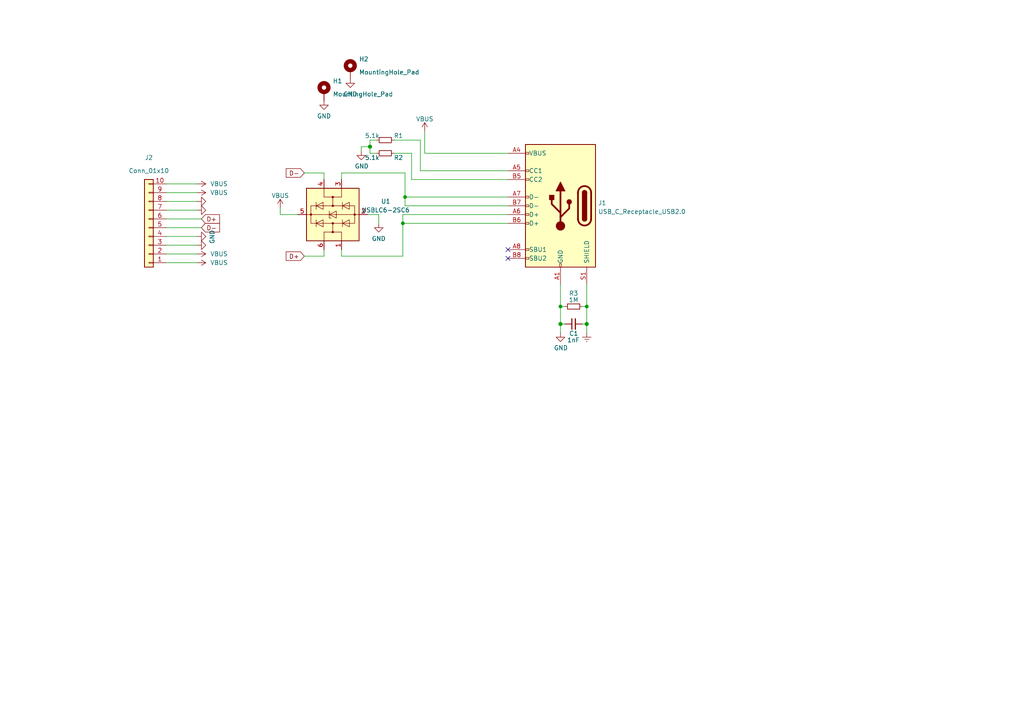
<source format=kicad_sch>
(kicad_sch (version 20230121) (generator eeschema)
  (paper "A4")
  (lib_symbols
    (symbol "Connector:USB_C_Receptacle_USB2.0" (pin_names (offset 1.016))
      (property "Reference" "J" (at -10.16 19.05 0))
      (property "Value" "USB_C_Receptacle_USB2.0" (at 19.05 19.05 0))
      (symbol "USB_C_Receptacle_USB2.0_0_0"
        (rectangle (start -0.254 -17.78) (end 0.254 -16.764))
        (rectangle (start 10.16 -14.986) (end 9.144 -15.494))
        (rectangle (start 10.16 -12.446) (end 9.144 -12.954))
        (rectangle (start 10.16 -4.826) (end 9.144 -5.334))
        (rectangle (start 10.16 -2.286) (end 9.144 -2.794))
        (rectangle (start 10.16 0.254) (end 9.144 -0.254))
        (rectangle (start 10.16 2.794) (end 9.144 2.286))
        (rectangle (start 10.16 7.874) (end 9.144 7.366))
        (rectangle (start 10.16 10.414) (end 9.144 9.906))
        (rectangle (start 10.16 15.494) (end 9.144 14.986))
      )
      (symbol "USB_C_Receptacle_USB2.0_0_1"
        (rectangle (start -10.16 17.78) (end 10.16 -17.78) (stroke (width 0.254)) (fill (type background)))
        (arc (start -8.89 -3.81) (mid -6.985 -5.7067) (end -5.08 -3.81) (stroke (width 0.508)))
        (arc (start -7.62 -3.81) (mid -6.985 -4.4423) (end -6.35 -3.81) (stroke (width 0.254)))
        (arc (start -7.62 -3.81) (mid -6.985 -4.4423) (end -6.35 -3.81) (stroke (width 0.254)) (fill (type outline)))
        (rectangle (start -7.62 -3.81) (end -6.35 3.81) (stroke (width 0.254)) (fill (type outline)))
        (arc (start -6.35 3.81) (mid -6.985 4.4423) (end -7.62 3.81) (stroke (width 0.254)))
        (arc (start -6.35 3.81) (mid -6.985 4.4423) (end -7.62 3.81) (stroke (width 0.254)) (fill (type outline)))
        (arc (start -5.08 3.81) (mid -6.985 5.7067) (end -8.89 3.81) (stroke (width 0.508)))
        (circle (center -2.54 1.143) (radius 0.635) (stroke (width 0.254)) (fill (type outline)))
        (circle (center 0 -5.842) (radius 1.27) (fill (type outline)))
        (polyline (pts (xy -8.89 -3.81) (xy -8.89 3.81)) (stroke (width 0.508)))
        (polyline (pts (xy -5.08 3.81) (xy -5.08 -3.81)) (stroke (width 0.508)))
        (polyline (pts (xy 0 -5.842) (xy 0 4.318)) (stroke (width 0.508)))
        (polyline (pts (xy 0 -3.302) (xy -2.54 -0.762) (xy -2.54 0.508)) (stroke (width 0.508)))
        (polyline (pts (xy 0 -2.032) (xy 2.54 0.508) (xy 2.54 1.778)) (stroke (width 0.508)))
        (polyline (pts (xy -1.27 4.318) (xy 0 6.858) (xy 1.27 4.318) (xy -1.27 4.318)) (stroke (width 0.254)) (fill (type outline)))
        (rectangle (start 1.905 1.778) (end 3.175 3.048) (stroke (width 0.254)) (fill (type outline)))
      )
      (symbol "USB_C_Receptacle_USB2.0_1_1"
        (pin passive line (at 0 -22.86 90) (length 5.08) (name "GND") (number "A1"))
        (pin passive line (at 0 -22.86 90) (length 5.08) hide (name "GND") (number "A12"))
        (pin passive line (at 15.24 15.24 180) (length 5.08) (name "VBUS") (number "A4"))
        (pin bidirectional line (at 15.24 10.16 180) (length 5.08) (name "CC1") (number "A5"))
        (pin bidirectional line (at 15.24 -2.54 180) (length 5.08) (name "D+") (number "A6"))
        (pin bidirectional line (at 15.24 2.54 180) (length 5.08) (name "D-") (number "A7"))
        (pin bidirectional line (at 15.24 -12.7 180) (length 5.08) (name "SBU1") (number "A8"))
        (pin passive line (at 15.24 15.24 180) (length 5.08) hide (name "VBUS") (number "A9"))
        (pin passive line (at 0 -22.86 90) (length 5.08) hide (name "GND") (number "B1"))
        (pin passive line (at 0 -22.86 90) (length 5.08) hide (name "GND") (number "B12"))
        (pin passive line (at 15.24 15.24 180) (length 5.08) hide (name "VBUS") (number "B4"))
        (pin bidirectional line (at 15.24 7.62 180) (length 5.08) (name "CC2") (number "B5"))
        (pin bidirectional line (at 15.24 -5.08 180) (length 5.08) (name "D+") (number "B6"))
        (pin bidirectional line (at 15.24 0 180) (length 5.08) (name "D-") (number "B7"))
        (pin bidirectional line (at 15.24 -15.24 180) (length 5.08) (name "SBU2") (number "B8"))
        (pin passive line (at 15.24 15.24 180) (length 5.08) hide (name "VBUS") (number "B9"))
        (pin passive line (at -7.62 -22.86 90) (length 5.08) (name "SHIELD") (number "S1"))
      )
    )
    (symbol "Connector_Generic:Conn_01x10" (pin_names (offset 1.016) hide)
      (property "Reference" "J" (at 0 12.7 0))
      (property "Value" "Conn_01x10" (at 0 -15.24 0))
      (symbol "Conn_01x10_1_1"
        (rectangle (start -1.27 -12.573) (end 0 -12.827) (stroke (width 0.1524)))
        (rectangle (start -1.27 -10.033) (end 0 -10.287) (stroke (width 0.1524)))
        (rectangle (start -1.27 -7.493) (end 0 -7.747) (stroke (width 0.1524)))
        (rectangle (start -1.27 -4.953) (end 0 -5.207) (stroke (width 0.1524)))
        (rectangle (start -1.27 -2.413) (end 0 -2.667) (stroke (width 0.1524)))
        (rectangle (start -1.27 0.127) (end 0 -0.127) (stroke (width 0.1524)))
        (rectangle (start -1.27 2.667) (end 0 2.413) (stroke (width 0.1524)))
        (rectangle (start -1.27 5.207) (end 0 4.953) (stroke (width 0.1524)))
        (rectangle (start -1.27 7.747) (end 0 7.493) (stroke (width 0.1524)))
        (rectangle (start -1.27 10.287) (end 0 10.033) (stroke (width 0.1524)))
        (rectangle (start -1.27 11.43) (end 1.27 -13.97) (stroke (width 0.254)) (fill (type background)))
        (pin passive line (at -5.08 10.16 0) (length 3.81) (name "Pin_1") (number "1"))
        (pin passive line (at -5.08 -12.7 0) (length 3.81) (name "Pin_10") (number "10"))
        (pin passive line (at -5.08 7.62 0) (length 3.81) (name "Pin_2") (number "2"))
        (pin passive line (at -5.08 5.08 0) (length 3.81) (name "Pin_3") (number "3"))
        (pin passive line (at -5.08 2.54 0) (length 3.81) (name "Pin_4") (number "4"))
        (pin passive line (at -5.08 0 0) (length 3.81) (name "Pin_5") (number "5"))
        (pin passive line (at -5.08 -2.54 0) (length 3.81) (name "Pin_6") (number "6"))
        (pin passive line (at -5.08 -5.08 0) (length 3.81) (name "Pin_7") (number "7"))
        (pin passive line (at -5.08 -7.62 0) (length 3.81) (name "Pin_8") (number "8"))
        (pin passive line (at -5.08 -10.16 0) (length 3.81) (name "Pin_9") (number "9"))
      )
    )
    (symbol "Device:C_Small" (pin_numbers hide) (pin_names (offset 0.254) hide)
      (property "Reference" "C" (at 0.254 1.778 0))
      (property "Value" "C_Small" (at 0.254 -2.032 0))
      (symbol "C_Small_0_1"
        (polyline (pts (xy -1.524 -0.508) (xy 1.524 -0.508)) (stroke (width 0.3302)))
        (polyline (pts (xy -1.524 0.508) (xy 1.524 0.508)) (stroke (width 0.3048)))
      )
      (symbol "C_Small_1_1"
        (pin passive line (at 0 2.54 270) (length 2.032) (name "~") (number "1"))
        (pin passive line (at 0 -2.54 90) (length 2.032) (name "~") (number "2"))
      )
    )
    (symbol "Device:R_Small" (pin_numbers hide) (pin_names (offset 0.254) hide)
      (property "Reference" "R" (at 0.762 0.508 0))
      (property "Value" "R_Small" (at 0.762 -1.016 0))
      (symbol "R_Small_0_1"
        (rectangle (start -0.762 1.778) (end 0.762 -1.778) (stroke (width 0.2032)))
      )
      (symbol "R_Small_1_1"
        (pin passive line (at 0 2.54 270) (length 0.762) (name "~") (number "1"))
        (pin passive line (at 0 -2.54 90) (length 0.762) (name "~") (number "2"))
      )
    )
    (symbol "Mechanical:MountingHole_Pad" (pin_numbers hide) (pin_names (offset 1.016) hide)
      (property "Reference" "H" (at 0 6.35 0))
      (property "Value" "MountingHole_Pad" (at 0 4.445 0))
      (symbol "MountingHole_Pad_0_1"
        (circle (center 0 1.27) (radius 1.27) (stroke (width 1.27)))
      )
      (symbol "MountingHole_Pad_1_1"
        (pin input line (at 0 -2.54 90) (length 2.54) (name "1") (number "1"))
      )
    )
    (symbol "Power_Protection:USBLC6-2SC6" (pin_names hide)
      (property "Reference" "U" (at 2.54 8.89 0))
      (property "Value" "USBLC6-2SC6" (at 2.54 -8.89 0))
      (symbol "USBLC6-2SC6_0_1"
        (rectangle (start -7.62 -7.62) (end 7.62 7.62) (stroke (width 0.254)) (fill (type background)))
        (circle (center -5.08 0) (radius 0.254) (fill (type outline)))
        (circle (center -2.54 0) (radius 0.254) (fill (type outline)))
        (rectangle (start -2.54 6.35) (end 2.54 -6.35))
        (circle (center 0 -6.35) (radius 0.254) (fill (type outline)))
        (polyline (pts (xy -5.08 -2.54) (xy -7.62 -2.54)))
        (polyline (pts (xy -5.08 0) (xy -5.08 -2.54)))
        (polyline (pts (xy -5.08 2.54) (xy -7.62 2.54)))
        (polyline (pts (xy -1.524 -2.794) (xy -3.556 -2.794)))
        (polyline (pts (xy -1.524 4.826) (xy -3.556 4.826)))
        (polyline (pts (xy 0 -7.62) (xy 0 -6.35)))
        (polyline (pts (xy 0 -6.35) (xy 0 1.27)))
        (polyline (pts (xy 0 1.27) (xy 0 6.35)))
        (polyline (pts (xy 0 6.35) (xy 0 7.62)))
        (polyline (pts (xy 1.524 -2.794) (xy 3.556 -2.794)))
        (polyline (pts (xy 1.524 4.826) (xy 3.556 4.826)))
        (polyline (pts (xy 5.08 -2.54) (xy 7.62 -2.54)))
        (polyline (pts (xy 5.08 0) (xy 5.08 -2.54)))
        (polyline (pts (xy 5.08 2.54) (xy 7.62 2.54)))
        (polyline (pts (xy -2.54 0) (xy -5.08 0) (xy -5.08 2.54)))
        (polyline (pts (xy 2.54 0) (xy 5.08 0) (xy 5.08 2.54)))
        (polyline (pts (xy -3.556 -4.826) (xy -1.524 -4.826) (xy -2.54 -2.794) (xy -3.556 -4.826)))
        (polyline (pts (xy -3.556 2.794) (xy -1.524 2.794) (xy -2.54 4.826) (xy -3.556 2.794)))
        (polyline (pts (xy -1.016 -1.016) (xy 1.016 -1.016) (xy 0 1.016) (xy -1.016 -1.016)))
        (polyline (pts (xy 1.016 1.016) (xy 0.762 1.016) (xy -1.016 1.016) (xy -1.016 0.508)))
        (polyline (pts (xy 3.556 -4.826) (xy 1.524 -4.826) (xy 2.54 -2.794) (xy 3.556 -4.826)))
        (polyline (pts (xy 3.556 2.794) (xy 1.524 2.794) (xy 2.54 4.826) (xy 3.556 2.794)))
        (circle (center 0 6.35) (radius 0.254) (fill (type outline)))
        (circle (center 2.54 0) (radius 0.254) (fill (type outline)))
        (circle (center 5.08 0) (radius 0.254) (fill (type outline)))
      )
      (symbol "USBLC6-2SC6_1_1"
        (pin passive line (at -10.16 -2.54 0) (length 2.54) (name "I/O1") (number "1"))
        (pin passive line (at 0 -10.16 90) (length 2.54) (name "GND") (number "2"))
        (pin passive line (at 10.16 -2.54 180) (length 2.54) (name "I/O2") (number "3"))
        (pin passive line (at 10.16 2.54 180) (length 2.54) (name "I/O2") (number "4"))
        (pin passive line (at 0 10.16 270) (length 2.54) (name "VBUS") (number "5"))
        (pin passive line (at -10.16 2.54 0) (length 2.54) (name "I/O1") (number "6"))
      )
    )
    (symbol "power:Earth" (power) (pin_names (offset 0))
      (symbol "Earth_0_1"
        (polyline (pts (xy -0.635 -1.905) (xy 0.635 -1.905)))
        (polyline (pts (xy -0.127 -2.54) (xy 0.127 -2.54)))
        (polyline (pts (xy 0 -1.27) (xy 0 0)))
        (polyline (pts (xy 1.27 -1.27) (xy -1.27 -1.27)))
      )
      (symbol "Earth_1_1"
        (pin power_in line (at 0 0 270) (length 0) hide (name "Earth") (number "1"))
      )
    )
    (symbol "power:GND" (power) (pin_names (offset 0))
      (property "Value" "GND" (at 0 -3.81 0))
      (symbol "GND_0_1"
        (polyline (pts (xy 0 0) (xy 0 -1.27) (xy 1.27 -1.27) (xy 0 -2.54) (xy -1.27 -1.27) (xy 0 -1.27)))
      )
      (symbol "GND_1_1"
        (pin power_in line (at 0 0 270) (length 0) hide (name "GND") (number "1"))
      )
    )
    (symbol "power:VBUS" (power) (pin_names (offset 0))
      (property "Value" "VBUS" (at 0 3.81 0))
      (symbol "VBUS_0_1"
        (polyline (pts (xy -0.762 1.27) (xy 0 2.54)))
        (polyline (pts (xy 0 0) (xy 0 2.54)))
        (polyline (pts (xy 0 2.54) (xy 0.762 1.27)))
      )
      (symbol "VBUS_1_1"
        (pin power_in line (at 0 0 90) (length 0) hide (name "VBUS") (number "1"))
      )
    )
  )
  (junction (at 162.56 88.9))
  (junction (at 170.18 93.98) (diameter 1.016))
  (junction (at 117.475 57.15))
  (junction (at 116.84 64.77))
  (junction (at 162.56 93.98) (diameter 1.016))
  (junction (at 170.18 88.9))
  (junction (at 107.315 42.545) (diameter 1.016))
  (no_connect (at 147.32 72.39))
  (no_connect (at 147.32 74.93))
  (wire (pts (xy 106.68 62.23) (xy 109.855 62.23)))
  (wire (pts (xy 117.475 50.165) (xy 99.06 50.165)))
  (wire (pts (xy 163.83 88.9) (xy 162.56 88.9)))
  (wire (pts (xy 170.18 88.9) (xy 168.91 88.9)))
  (wire (pts (xy 107.315 42.545) (xy 104.775 42.545)))
  (wire (pts (xy 114.3 40.64) (xy 121.92 40.64)))
  (wire (pts (xy 104.775 42.545) (xy 104.775 43.815)))
  (wire (pts (xy 121.92 49.53) (xy 147.32 49.53)))
  (wire (pts (xy 57.15 53.34) (xy 48.26 53.34)))
  (wire (pts (xy 116.84 74.295) (xy 99.06 74.295)))
  (wire (pts (xy 88.265 74.295) (xy 93.98 74.295)))
  (wire (pts (xy 57.15 71.12) (xy 48.26 71.12)))
  (wire (pts (xy 58.42 66.04) (xy 48.26 66.04)))
  (wire (pts (xy 162.56 82.55) (xy 162.56 88.9)))
  (wire (pts (xy 116.84 62.23) (xy 147.32 62.23)))
  (wire (pts (xy 170.18 93.98) (xy 168.91 93.98)))
  (wire (pts (xy 93.98 72.39) (xy 93.98 74.295)))
  (wire (pts (xy 116.84 64.77) (xy 116.84 62.23)))
  (wire (pts (xy 109.22 40.64) (xy 107.315 40.64)))
  (wire (pts (xy 116.84 64.77) (xy 147.32 64.77)))
  (wire (pts (xy 170.18 93.98) (xy 170.18 96.52)))
  (wire (pts (xy 107.315 44.45) (xy 109.22 44.45)))
  (wire (pts (xy 116.84 64.77) (xy 116.84 74.295)))
  (wire (pts (xy 119.38 44.45) (xy 114.3 44.45)))
  (wire (pts (xy 121.92 40.64) (xy 121.92 49.53)))
  (wire (pts (xy 117.475 59.69) (xy 147.32 59.69)))
  (wire (pts (xy 57.15 60.96) (xy 48.26 60.96)))
  (wire (pts (xy 170.18 82.55) (xy 170.18 88.9)))
  (wire (pts (xy 109.855 62.23) (xy 109.855 64.77)))
  (wire (pts (xy 57.15 55.88) (xy 48.26 55.88)))
  (wire (pts (xy 88.265 50.165) (xy 93.98 50.165)))
  (wire (pts (xy 58.42 63.5) (xy 48.26 63.5)))
  (wire (pts (xy 86.36 62.23) (xy 81.28 62.23)))
  (wire (pts (xy 57.15 58.42) (xy 48.26 58.42)))
  (wire (pts (xy 57.15 73.66) (xy 48.26 73.66)))
  (wire (pts (xy 162.56 93.98) (xy 162.56 96.52)))
  (wire (pts (xy 99.06 50.165) (xy 99.06 52.07)))
  (wire (pts (xy 93.98 52.07) (xy 93.98 50.165)))
  (wire (pts (xy 117.475 57.15) (xy 147.32 57.15)))
  (wire (pts (xy 170.18 88.9) (xy 170.18 93.98)))
  (wire (pts (xy 119.38 52.07) (xy 147.32 52.07)))
  (wire (pts (xy 57.15 76.2) (xy 48.26 76.2)))
  (wire (pts (xy 123.19 44.45) (xy 147.32 44.45)))
  (wire (pts (xy 123.19 38.1) (xy 123.19 44.45)))
  (wire (pts (xy 107.315 42.545) (xy 107.315 44.45)))
  (wire (pts (xy 99.06 74.295) (xy 99.06 72.39)))
  (wire (pts (xy 119.38 52.07) (xy 119.38 44.45)))
  (wire (pts (xy 162.56 93.98) (xy 163.83 93.98)))
  (wire (pts (xy 57.15 68.58) (xy 48.26 68.58)))
  (wire (pts (xy 117.475 57.15) (xy 117.475 59.69)))
  (wire (pts (xy 81.28 62.23) (xy 81.28 60.325)))
  (wire (pts (xy 107.315 40.64) (xy 107.315 42.545)))
  (wire (pts (xy 162.56 88.9) (xy 162.56 93.98)))
  (wire (pts (xy 117.475 57.15) (xy 117.475 50.165)))
  (global_label "D-" (shape input) (at 88.265 50.165 180) (property "Intersheetrefs" "${INTERSHEET_REFS}" (effects hide)))
  (global_label "D+" (shape input) (at 88.265 74.295 180) (property "Intersheetrefs" "${INTERSHEET_REFS}" (effects hide)))
  (global_label "D+" (shape input) (at 58.42 63.5 0) (property "Intersheetrefs" "${INTERSHEET_REFS}" (effects hide)))
  (global_label "D-" (shape input) (at 58.42 66.04 0) (property "Intersheetrefs" "${INTERSHEET_REFS}" (effects hide)))
  (symbol (lib_id "power:GND") (at 57.15 68.58 90) (mirror x) (unit 1)
    (property "Reference" "#PWR014" (effects hide))
    (property "Value" "GND" (at 61.5442 68.707 0))
  )
  (symbol (lib_id "Device:R_Small") (at 111.76 40.64 270) (unit 1)
    (property "Reference" "R1" (at 115.57 39.37 90))
    (property "Value" "5.1k" (at 107.95 39.37 90))
    (property "Footprint" "weteor:R_0402_HandSolder" (effects hide))
  )
  (symbol (lib_id "Mechanical:MountingHole_Pad") (at 93.98 26.67 0) (unit 1)
    (property "Reference" "H1" (at 96.52 23.4949 0) (effects (justify left)))
    (property "Value" "MountingHole_Pad" (at 96.52 27.3049 0) (effects (justify left)))
    (property "Footprint" "MountingHole:MountingHole_2.2mm_M2_Pad" (effects hide))
  )
  (symbol (lib_id "Device:C_Small") (at 166.37 93.98 90) (unit 1)
    (property "Reference" "C1" (at 167.7416 96.7232 90) (effects (justify left)))
    (property "Value" "1nF" (at 168.148 98.6282 90) (effects (justify left)))
    (property "Footprint" "weteor:C_0402_HandSolder" (effects hide))
  )
  (symbol (lib_id "power:GND") (at 162.56 96.52 0) (unit 1)
    (property "Reference" "#PWR08" (effects hide))
    (property "Value" "GND" (at 162.687 100.9142 0))
  )
  (symbol (lib_id "power:VBUS") (at 57.15 76.2 270) (mirror x) (unit 1)
    (property "Reference" "#PWR013" (effects hide))
    (property "Value" "VBUS" (at 60.96 76.2001 90) (effects (justify left)))
  )
  (symbol (lib_id "Device:R_Small") (at 166.37 88.9 270) (unit 1)
    (property "Reference" "R3" (at 166.37 85.09 90))
    (property "Value" "1M" (at 166.37 86.995 90))
    (property "Footprint" "weteor:R_0402_HandSolder" (effects hide))
  )
  (symbol (lib_id "power:GND") (at 57.15 60.96 90) (unit 1)
    (property "Reference" "#PWR010" (effects hide))
    (property "Value" "GND" (effects hide))
  )
  (symbol (lib_id "power:VBUS") (at 57.15 53.34 270) (unit 1)
    (property "Reference" "#PWR012" (effects hide))
    (property "Value" "VBUS" (at 60.96 53.3399 90) (effects (justify left)))
  )
  (symbol (lib_id "power:GND") (at 109.855 64.77 0) (unit 1)
    (property "Reference" "#PWR03" (effects hide))
    (property "Value" "GND" (at 109.855 69.2134 0))
  )
  (symbol (lib_id "power:VBUS") (at 57.15 55.88 270) (unit 1)
    (property "Reference" "#PWR011" (effects hide))
    (property "Value" "VBUS" (at 60.96 55.8799 90) (effects (justify left)))
  )
  (symbol (lib_id "power:GND") (at 101.6 22.86 0) (unit 1)
    (property "Reference" "#PWR07" (effects hide))
    (property "Value" "GND" (at 101.6 27.3034 0))
  )
  (symbol (lib_id "power:GND") (at 57.15 58.42 90) (unit 1)
    (property "Reference" "#PWR05" (effects hide))
    (property "Value" "GND" (effects hide))
  )
  (symbol (lib_id "Connector_Generic:Conn_01x10") (at 43.18 66.04 180) (unit 1)
    (property "Reference" "J2" (at 43.18 45.72 0))
    (property "Value" "Conn_01x10" (at 43.18 49.53 0))
    (property "Footprint" "weteor:FCC 1x10 - JUSHUO AFC01-S10FCA-00" (effects hide))
  )
  (symbol (lib_id "Connector:USB_C_Receptacle_USB2.0") (at 162.56 59.69 0) (mirror y) (unit 1)
    (property "Reference" "J1" (at 173.482 58.8553 0) (effects (justify right)))
    (property "Value" "USB_C_Receptacle_USB2.0" (at 173.482 61.3922 0) (effects (justify right)))
    (property "Footprint" "weteor:USB C-31-M-12" (effects hide))
    (property "Datasheet" "https://www.usb.org/sites/default/files/documents/usb_type-c.zip" (effects hide))
  )
  (symbol (lib_id "power:VBUS") (at 123.19 38.1 0) (unit 1)
    (property "Reference" "#PWR04" (effects hide))
    (property "Value" "VBUS" (at 123.19 34.5242 0))
  )
  (symbol (lib_id "power:Earth") (at 170.18 96.52 0) (unit 1)
    (property "Reference" "#PWR09" (effects hide))
    (property "Value" "Earth" (effects hide))
  )
  (symbol (lib_id "power:GND") (at 57.15 71.12 90) (mirror x) (unit 1)
    (property "Reference" "#PWR015" (effects hide))
    (property "Value" "GND" (effects hide))
  )
  (symbol (lib_id "Device:R_Small") (at 111.76 44.45 270) (unit 1)
    (property "Reference" "R2" (at 115.57 45.72 90))
    (property "Value" "5.1k" (at 107.95 45.72 90))
    (property "Footprint" "weteor:R_0402_HandSolder" (effects hide))
  )
  (symbol (lib_id "power:GND") (at 104.775 43.815 0) (unit 1)
    (property "Reference" "#PWR02" (effects hide))
    (property "Value" "GND" (at 104.902 48.2092 0))
  )
  (symbol (lib_id "power:GND") (at 93.98 29.21 0) (unit 1)
    (property "Reference" "#PWR06" (effects hide))
    (property "Value" "GND" (at 93.98 33.6534 0))
  )
  (symbol (lib_id "Mechanical:MountingHole_Pad") (at 101.6 20.32 0) (unit 1)
    (property "Reference" "H2" (at 104.14 17.1449 0) (effects (justify left)))
    (property "Value" "MountingHole_Pad" (at 104.14 20.9549 0) (effects (justify left)))
    (property "Footprint" "MountingHole:MountingHole_2.2mm_M2_Pad" (effects hide))
  )
  (symbol (lib_id "power:VBUS") (at 57.15 73.66 270) (unit 1)
    (property "Reference" "#PWR016" (effects hide))
    (property "Value" "VBUS" (at 60.96 73.6599 90) (effects (justify left)))
  )
  (symbol (lib_id "power:VBUS") (at 81.28 60.325 0) (unit 1)
    (property "Reference" "#PWR01" (effects hide))
    (property "Value" "VBUS" (at 81.28 56.7492 0))
  )
  (symbol (lib_id "Power_Protection:USBLC6-2SC6") (at 96.52 62.23 90) (unit 1)
    (property "Reference" "U1" (at 111.8757 58.4033 90))
    (property "Value" "USBLC6-2SC6" (at 111.8757 60.9402 90))
    (property "Footprint" "Package_TO_SOT_SMD:SOT-23-6" (effects hide))
    (property "Datasheet" "https://www.st.com/resource/en/datasheet/usblc6-2.pdf" (effects hide))
  )
)
</source>
